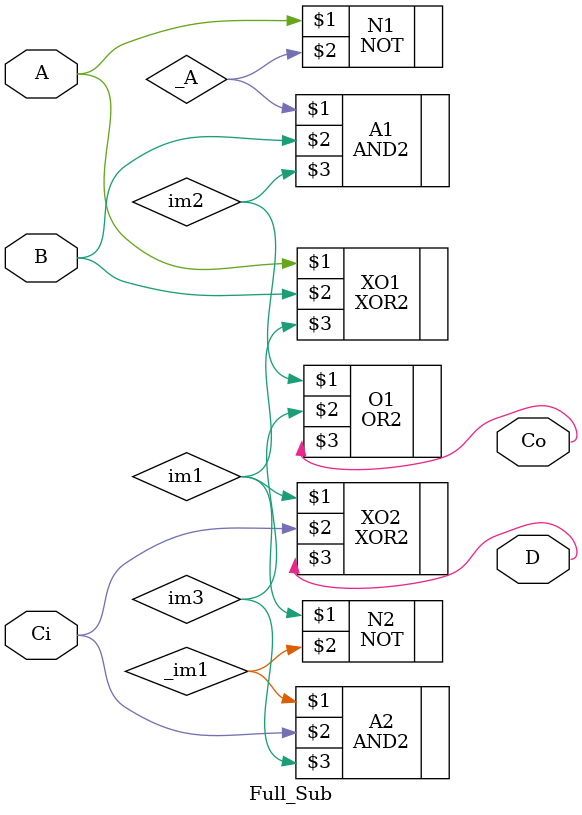
<source format=v>
`timescale 1ns / 1ps


module Full_Sub(
    input A, B, Ci,
    output D, Co
    );
    
    wire _A;
    wire im1, im2, im3;
    wire _im1;
    
    NOT N2 (im1, _im1);
    NOT N1 (A, _A);
    
    XOR2 XO1 (A, B, im1);
    XOR2 XO2 (im1, Ci, D);
    
    AND2 A1 (_A, B, im2);
    AND2 A2 (_im1, Ci, im3);
    OR2 O1 (im2, im3, Co);
endmodule

</source>
